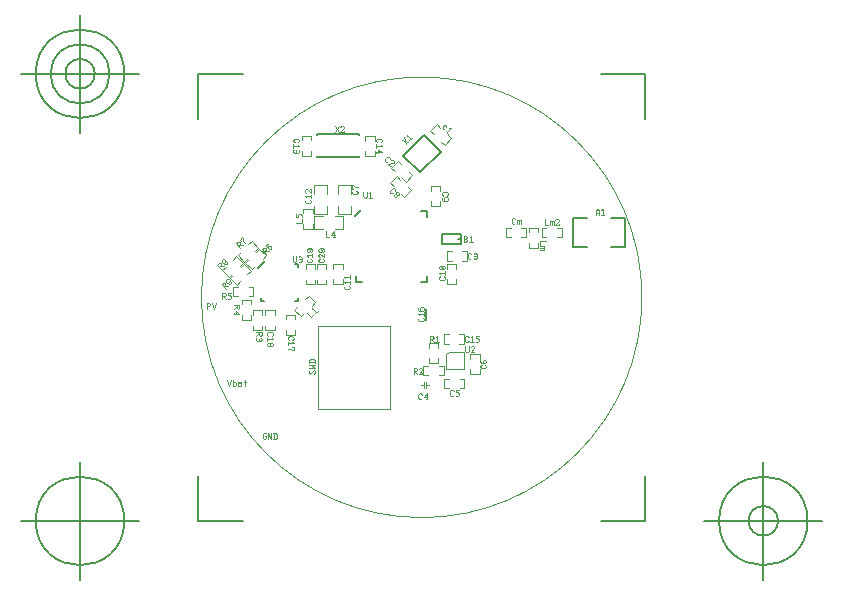
<source format=gbr>
G04 Generated by Ultiboard 13.0 *
%FSLAX34Y34*%
%MOMM*%

%ADD10C,0.0001*%
%ADD11C,0.0467*%
%ADD12C,0.1000*%
%ADD13C,0.2032*%
%ADD14C,0.0778*%
%ADD15C,0.1300*%
%ADD16C,0.1500*%
%ADD17C,0.0010*%


G04 ColorRGB D7D7D7 for the following layer *
%LNSilkscreen Top*%
%LPD*%
G54D10*
G54D11*
X437984Y509750D02*
X436989Y508750D01*
X435993Y508750D01*
X434998Y509750D01*
X434998Y512750D01*
X435993Y513750D01*
X436989Y513750D01*
X437984Y512750D01*
X442464Y513750D02*
X439478Y513750D01*
X439478Y511750D01*
X441469Y511750D01*
X442464Y510750D01*
X442464Y509750D01*
X441469Y508750D01*
X439478Y508750D01*
X417898Y554600D02*
X417898Y559600D01*
X419889Y559600D01*
X420884Y558600D01*
X420884Y558100D01*
X419889Y557100D01*
X417898Y557100D01*
X418396Y557100D02*
X420884Y554600D01*
X422876Y558600D02*
X423871Y559600D01*
X423871Y554600D01*
X422378Y554600D02*
X425364Y554600D01*
X464450Y535134D02*
X465450Y534139D01*
X465450Y533143D01*
X464450Y532148D01*
X461450Y532148D01*
X460450Y533143D01*
X460450Y534139D01*
X461450Y535134D01*
X460450Y539117D02*
X460450Y537623D01*
X461450Y536628D01*
X463450Y536628D01*
X464450Y536628D01*
X465450Y537623D01*
X465450Y538619D01*
X464450Y539614D01*
X463450Y539614D01*
X462450Y538619D01*
X462450Y537623D01*
X463450Y536628D01*
X270250Y562752D02*
X275250Y562752D01*
X275250Y560761D01*
X274250Y559765D01*
X273750Y559765D01*
X272750Y560761D01*
X272750Y562752D01*
X272750Y562254D02*
X270250Y559765D01*
X274750Y557774D02*
X275250Y557277D01*
X275250Y556281D01*
X274250Y555285D01*
X273250Y555285D01*
X272750Y555783D01*
X272250Y555285D01*
X271250Y555285D01*
X270250Y556281D01*
X270250Y557277D01*
X270750Y557774D01*
X272750Y557277D02*
X272750Y555783D01*
X280750Y559765D02*
X279750Y560761D01*
X279750Y561757D01*
X280750Y562752D01*
X283750Y562752D01*
X284750Y561757D01*
X284750Y560761D01*
X283750Y559765D01*
X283750Y557774D02*
X284750Y556779D01*
X279750Y556779D01*
X279750Y558272D02*
X279750Y555285D01*
X279750Y551801D02*
X279750Y552797D01*
X280750Y553792D01*
X281750Y553792D01*
X282250Y553294D01*
X282750Y553792D01*
X283750Y553792D01*
X284750Y552797D01*
X284750Y551801D01*
X283750Y550805D01*
X282750Y550805D01*
X282250Y551303D01*
X281750Y550805D01*
X280750Y550805D01*
X279750Y551801D01*
X282250Y553294D02*
X282250Y551303D01*
X298250Y556266D02*
X297250Y557261D01*
X297250Y558257D01*
X298250Y559252D01*
X301250Y559252D01*
X302250Y558257D01*
X302250Y557261D01*
X301250Y556266D01*
X301250Y554274D02*
X302250Y553279D01*
X297250Y553279D01*
X297250Y554772D02*
X297250Y551786D01*
X297250Y548799D02*
X299750Y548799D01*
X301250Y547306D01*
X302250Y547306D01*
X302250Y550292D01*
X301250Y550292D01*
X411530Y575014D02*
X412530Y574019D01*
X412530Y573023D01*
X411530Y572028D01*
X408530Y572028D01*
X407530Y573023D01*
X407530Y574019D01*
X408530Y575014D01*
X408530Y577006D02*
X407530Y578001D01*
X412530Y578001D01*
X412530Y576508D02*
X412530Y579494D01*
X407530Y583477D02*
X407530Y581983D01*
X408530Y580988D01*
X410530Y580988D01*
X411530Y580988D01*
X412530Y581983D01*
X412530Y582979D01*
X411530Y583974D01*
X410530Y583974D01*
X409530Y582979D01*
X409530Y581983D01*
X410530Y580988D01*
X450484Y555500D02*
X449489Y554500D01*
X448493Y554500D01*
X447498Y555500D01*
X447498Y558500D01*
X448493Y559500D01*
X449489Y559500D01*
X450484Y558500D01*
X452476Y558500D02*
X453471Y559500D01*
X453471Y554500D01*
X451978Y554500D02*
X454964Y554500D01*
X459444Y559500D02*
X456458Y559500D01*
X456458Y557500D01*
X458449Y557500D01*
X459444Y556500D01*
X459444Y555500D01*
X458449Y554500D01*
X456458Y554500D01*
X313870Y579342D02*
X317405Y575806D01*
X319517Y577918D01*
X318097Y582154D02*
X318094Y583565D01*
X321629Y580030D01*
X320573Y578974D02*
X322685Y581086D01*
X242098Y591000D02*
X242098Y596000D01*
X244089Y596000D01*
X245084Y595000D01*
X245084Y594500D01*
X244089Y593500D01*
X242098Y593500D01*
X242596Y593500D02*
X245084Y591000D01*
X249564Y596000D02*
X246578Y596000D01*
X246578Y594000D01*
X248569Y594000D01*
X249564Y593000D01*
X249564Y592000D01*
X248569Y591000D01*
X246578Y591000D01*
X349200Y602044D02*
X350200Y601049D01*
X350200Y600053D01*
X349200Y599058D01*
X346200Y599058D01*
X345200Y600053D01*
X345200Y601049D01*
X346200Y602044D01*
X346200Y604036D02*
X345200Y605031D01*
X350200Y605031D01*
X350200Y603538D02*
X350200Y606524D01*
X346200Y608516D02*
X345200Y609511D01*
X350200Y609511D01*
X350200Y608018D02*
X350200Y611004D01*
X241141Y616327D02*
X237606Y619863D01*
X239013Y621271D01*
X240425Y621268D01*
X240778Y620914D01*
X240781Y619503D01*
X239373Y618095D01*
X239725Y618447D02*
X243253Y618439D01*
X243602Y620202D02*
X245013Y620199D01*
X245717Y620903D01*
X245714Y622314D01*
X244299Y623728D01*
X243592Y624435D01*
X242181Y624439D01*
X241477Y623735D01*
X241480Y622323D01*
X242188Y621616D01*
X243599Y621613D01*
X244303Y622317D01*
X244299Y623728D01*
X278991Y629377D02*
X275456Y632913D01*
X276863Y634321D01*
X278275Y634317D01*
X278628Y633964D01*
X278631Y632553D01*
X277223Y631145D01*
X277575Y631497D02*
X281103Y631489D01*
X280383Y637840D02*
X279327Y636784D01*
X279330Y635373D01*
X280745Y633959D01*
X281452Y633252D01*
X282863Y633249D01*
X283567Y633953D01*
X283564Y635364D01*
X282857Y636071D01*
X281446Y636074D01*
X280742Y635370D01*
X280745Y633959D01*
X317250Y624794D02*
X318250Y623799D01*
X318250Y622803D01*
X317250Y621808D01*
X314250Y621808D01*
X313250Y622803D01*
X313250Y623799D01*
X314250Y624794D01*
X314250Y626785D02*
X313250Y627781D01*
X318250Y627781D01*
X318250Y626288D02*
X318250Y629274D01*
X317250Y630768D02*
X318250Y631763D01*
X318250Y632759D01*
X317250Y633754D01*
X315250Y633754D01*
X314250Y633754D01*
X313250Y632759D01*
X313250Y631763D01*
X314250Y630768D01*
X315250Y630768D01*
X316250Y631763D01*
X316250Y632759D01*
X315250Y633754D01*
X327250Y624794D02*
X328250Y623799D01*
X328250Y622803D01*
X327250Y621808D01*
X324250Y621808D01*
X323250Y622803D01*
X323250Y623799D01*
X324250Y624794D01*
X324250Y626288D02*
X323250Y627283D01*
X323250Y628279D01*
X324250Y629274D01*
X324750Y629274D01*
X328250Y626288D01*
X328250Y629274D01*
X327750Y629274D01*
X324250Y630768D02*
X323250Y631763D01*
X323250Y632759D01*
X324250Y633754D01*
X327250Y633754D01*
X328250Y632759D01*
X328250Y631763D01*
X327250Y630768D01*
X324250Y630768D01*
X324250Y633754D02*
X327250Y630768D01*
X429500Y610044D02*
X430500Y609049D01*
X430500Y608053D01*
X429500Y607058D01*
X426500Y607058D01*
X425500Y608053D01*
X425500Y609049D01*
X426500Y610044D01*
X426500Y612036D02*
X425500Y613031D01*
X430500Y613031D01*
X430500Y611538D02*
X430500Y614524D01*
X426500Y616018D02*
X425500Y617013D01*
X425500Y618009D01*
X426500Y619004D01*
X429500Y619004D01*
X430500Y618009D01*
X430500Y617013D01*
X429500Y616018D01*
X426500Y616018D01*
X426500Y619004D02*
X429500Y616018D01*
X257017Y634416D02*
X253481Y637952D01*
X254889Y639360D01*
X256300Y639357D01*
X256654Y639003D01*
X256657Y637592D01*
X255249Y636184D01*
X255601Y636536D02*
X259129Y636528D01*
X261241Y638640D02*
X259473Y640408D01*
X259468Y642524D01*
X258761Y643231D01*
X256649Y641120D01*
X257356Y640412D01*
X329498Y648500D02*
X329498Y643500D01*
X332484Y643500D01*
X336964Y645500D02*
X333978Y645500D01*
X336467Y648500D01*
X336467Y643500D01*
X335969Y643500D02*
X336964Y643500D01*
X304000Y655538D02*
X309000Y655538D01*
X309000Y658524D01*
X304000Y663004D02*
X304000Y660018D01*
X306000Y660018D01*
X306000Y662009D01*
X307000Y663004D01*
X308000Y663004D01*
X309000Y662009D01*
X309000Y660018D01*
X315900Y674844D02*
X316900Y673849D01*
X316900Y672853D01*
X315900Y671858D01*
X312900Y671858D01*
X311900Y672853D01*
X311900Y673849D01*
X312900Y674844D01*
X312900Y676836D02*
X311900Y677831D01*
X316900Y677831D01*
X316900Y676338D02*
X316900Y679324D01*
X312900Y680818D02*
X311900Y681813D01*
X311900Y682809D01*
X312900Y683804D01*
X313400Y683804D01*
X316900Y680818D01*
X316900Y683804D01*
X316400Y683804D01*
X355500Y682524D02*
X356500Y681529D01*
X356500Y680533D01*
X355500Y679538D01*
X352500Y679538D01*
X351500Y680533D01*
X351500Y681529D01*
X352500Y682524D01*
X356500Y685511D02*
X354000Y685511D01*
X352500Y687004D01*
X351500Y687004D01*
X351500Y684018D01*
X352500Y684018D01*
X386232Y680354D02*
X384821Y680351D01*
X384117Y681055D01*
X384120Y682466D01*
X386241Y684587D01*
X387652Y684591D01*
X388356Y683887D01*
X388353Y682475D01*
X387988Y677183D02*
X387284Y677887D01*
X387288Y679298D01*
X387995Y680005D01*
X388700Y680007D01*
X388702Y680712D01*
X389409Y681420D01*
X390820Y681423D01*
X391524Y680719D01*
X391521Y679308D01*
X390814Y678601D01*
X390108Y678599D01*
X390107Y677893D01*
X389399Y677186D01*
X387988Y677183D01*
X388700Y680007D02*
X390108Y678599D01*
X428800Y678516D02*
X427800Y679511D01*
X427800Y680507D01*
X428800Y681502D01*
X431800Y681502D01*
X432800Y680507D01*
X432800Y679511D01*
X431800Y678516D01*
X428800Y677022D02*
X427800Y676027D01*
X427800Y675031D01*
X428800Y674036D01*
X430800Y674036D01*
X431800Y674036D01*
X432800Y675031D01*
X432800Y676027D01*
X431800Y677022D01*
X430800Y677022D01*
X429800Y676027D01*
X429800Y675031D01*
X430800Y674036D01*
X381732Y707154D02*
X380321Y707151D01*
X379617Y707855D01*
X379620Y709266D01*
X381741Y711387D01*
X383152Y711391D01*
X383856Y710687D01*
X383853Y709275D01*
X384909Y708220D02*
X386320Y708223D01*
X387024Y707519D01*
X387021Y706108D01*
X386667Y705754D01*
X382080Y705391D01*
X384192Y703279D01*
X384546Y703633D01*
X393706Y725663D02*
X399353Y724239D01*
X397241Y722127D02*
X395817Y727775D01*
X397932Y728475D02*
X397929Y729887D01*
X401465Y726351D01*
X400409Y725295D02*
X402521Y727407D01*
X337498Y737500D02*
X340484Y732500D01*
X337498Y732500D02*
X340484Y737500D01*
X341978Y736500D02*
X342973Y737500D01*
X343969Y737500D01*
X344964Y736500D01*
X344964Y736000D01*
X341978Y732500D01*
X344964Y732500D01*
X344964Y733000D01*
X373150Y723416D02*
X372150Y724411D01*
X372150Y725407D01*
X373150Y726402D01*
X376150Y726402D01*
X377150Y725407D01*
X377150Y724411D01*
X376150Y723416D01*
X376150Y721424D02*
X377150Y720429D01*
X372150Y720429D01*
X372150Y721922D02*
X372150Y718936D01*
X374150Y714456D02*
X374150Y717442D01*
X377150Y714953D01*
X372150Y714953D01*
X372150Y715451D02*
X372150Y714456D01*
X319250Y527808D02*
X320250Y528803D01*
X320250Y529799D01*
X319250Y530794D01*
X316250Y527808D01*
X315250Y528803D01*
X315250Y529799D01*
X316250Y530794D01*
X315250Y532288D02*
X320250Y532786D01*
X318250Y533781D01*
X320250Y534777D01*
X315250Y535274D01*
X320250Y536768D02*
X320250Y538759D01*
X319250Y539754D01*
X316250Y539754D01*
X315250Y538759D01*
X315250Y536768D01*
X315250Y537266D02*
X320250Y537266D01*
X277989Y475100D02*
X278984Y475100D01*
X278984Y473600D01*
X277989Y472600D01*
X276993Y472600D01*
X275998Y473600D01*
X275998Y476600D01*
X276993Y477600D01*
X278984Y477600D01*
X280478Y472600D02*
X280478Y477600D01*
X283464Y472600D01*
X283464Y477600D01*
X284958Y472600D02*
X286949Y472600D01*
X287944Y473600D01*
X287944Y476600D01*
X286949Y477600D01*
X284958Y477600D01*
X285456Y477600D02*
X285456Y472600D01*
X446398Y639500D02*
X448389Y639500D01*
X449384Y640500D01*
X449384Y641000D01*
X448389Y642000D01*
X449384Y643000D01*
X449384Y643500D01*
X448389Y644500D01*
X446896Y644500D01*
X446398Y644500D01*
X446896Y642000D02*
X448389Y642000D01*
X446896Y644500D02*
X446896Y639500D01*
X451376Y643500D02*
X452371Y644500D01*
X452371Y639500D01*
X450878Y639500D02*
X453864Y639500D01*
X514898Y658600D02*
X514898Y653600D01*
X517884Y653600D01*
X519378Y653600D02*
X519378Y656600D01*
X519378Y657100D01*
X519378Y656600D02*
X519876Y657100D01*
X520373Y657100D01*
X520871Y656600D01*
X521369Y657100D01*
X521867Y657100D01*
X522364Y656600D01*
X522364Y653600D01*
X520871Y656600D02*
X520871Y653600D01*
X523858Y657600D02*
X524853Y658600D01*
X525849Y658600D01*
X526844Y657600D01*
X526844Y657100D01*
X523858Y653600D01*
X526844Y653600D01*
X526844Y654100D01*
X489984Y655600D02*
X488989Y654600D01*
X487993Y654600D01*
X486998Y655600D01*
X486998Y658600D01*
X487993Y659600D01*
X488989Y659600D01*
X489984Y658600D01*
X491478Y654600D02*
X491478Y657600D01*
X491478Y658100D01*
X491478Y657600D02*
X491976Y658100D01*
X492473Y658100D01*
X492971Y657600D01*
X493469Y658100D01*
X493967Y658100D01*
X494464Y657600D01*
X494464Y654600D01*
X492971Y657600D02*
X492971Y654600D01*
X557978Y662250D02*
X557978Y665250D01*
X558973Y667250D01*
X559969Y667250D01*
X560964Y665250D01*
X560964Y662250D01*
X557978Y663750D02*
X560964Y663750D01*
X562956Y666250D02*
X563951Y667250D01*
X563951Y662250D01*
X562458Y662250D02*
X565444Y662250D01*
X515900Y639902D02*
X510900Y639902D01*
X510900Y636916D01*
X510900Y635422D02*
X513900Y635422D01*
X514400Y635422D01*
X513900Y635422D02*
X514400Y634924D01*
X514400Y634427D01*
X513900Y633929D01*
X514400Y633431D01*
X514400Y632933D01*
X513900Y632436D01*
X510900Y632436D01*
X513900Y633929D02*
X510900Y633929D01*
X410984Y507000D02*
X409989Y506000D01*
X408993Y506000D01*
X407998Y507000D01*
X407998Y510000D01*
X408993Y511000D01*
X409989Y511000D01*
X410984Y510000D01*
X415464Y508000D02*
X412478Y508000D01*
X414967Y511000D01*
X414967Y506000D01*
X414469Y506000D02*
X415464Y506000D01*
X403898Y527700D02*
X403898Y532700D01*
X405889Y532700D01*
X406884Y531700D01*
X406884Y531200D01*
X405889Y530200D01*
X403898Y530200D01*
X404396Y530200D02*
X406884Y527700D01*
X408378Y531700D02*
X409373Y532700D01*
X410369Y532700D01*
X411364Y531700D01*
X411364Y531200D01*
X408378Y527700D01*
X411364Y527700D01*
X411364Y528200D01*
X228898Y582400D02*
X228898Y587400D01*
X230889Y587400D01*
X231884Y586400D01*
X231884Y585900D01*
X230889Y584900D01*
X228898Y584900D01*
X233378Y587400D02*
X234871Y582400D01*
X236364Y587400D01*
X246098Y522500D02*
X247591Y517500D01*
X249084Y522500D01*
X250578Y518500D02*
X251573Y517500D01*
X252569Y517500D01*
X253564Y518500D01*
X253564Y519500D01*
X252569Y520500D01*
X251573Y520500D01*
X250578Y519500D01*
X250578Y522500D02*
X250578Y517500D01*
X255556Y521000D02*
X257049Y521000D01*
X257547Y520500D01*
X257547Y518000D01*
X257049Y517500D01*
X255556Y517500D01*
X255058Y518000D01*
X255058Y519000D01*
X255556Y519500D01*
X257547Y519500D01*
X257547Y518000D02*
X258044Y517500D01*
X262027Y518000D02*
X261529Y517500D01*
X261031Y518000D01*
X261031Y522500D01*
X260036Y521000D02*
X262027Y521000D01*
X244941Y599527D02*
X241406Y603063D01*
X242813Y604471D01*
X244225Y604468D01*
X244578Y604114D01*
X244581Y602703D01*
X243173Y601295D01*
X243525Y601647D02*
X247053Y601639D01*
X249517Y604103D02*
X248813Y603399D01*
X247402Y603402D01*
X246695Y604109D01*
X246693Y604815D01*
X245988Y604816D01*
X245280Y605523D01*
X245277Y606935D01*
X245981Y607639D01*
X247392Y607635D01*
X248099Y606928D01*
X248101Y606223D01*
X248807Y606221D01*
X249514Y605514D01*
X249517Y604103D01*
X246693Y604815D02*
X248101Y606223D01*
X447698Y550900D02*
X447698Y546900D01*
X448693Y545900D01*
X449689Y545900D01*
X450684Y546900D01*
X450684Y550900D01*
X452178Y549900D02*
X453173Y550900D01*
X454169Y550900D01*
X455164Y549900D01*
X455164Y549400D01*
X452178Y545900D01*
X455164Y545900D01*
X455164Y546400D01*
X452784Y625700D02*
X451789Y624700D01*
X450793Y624700D01*
X449798Y625700D01*
X449798Y628700D01*
X450793Y629700D01*
X451789Y629700D01*
X452784Y628700D01*
X454776Y629200D02*
X455273Y629700D01*
X456269Y629700D01*
X457264Y628700D01*
X457264Y627700D01*
X456767Y627200D01*
X457264Y626700D01*
X457264Y625700D01*
X456269Y624700D01*
X455273Y624700D01*
X454776Y625200D01*
X455273Y627200D02*
X456767Y627200D01*
X429926Y734753D02*
X429221Y734751D01*
X428517Y735455D01*
X428520Y736866D01*
X429580Y737927D01*
X430991Y737930D01*
X431695Y737226D01*
X431694Y736520D01*
X434161Y735468D02*
X435572Y735471D01*
X432036Y731935D01*
X430980Y732991D02*
X433092Y730879D01*
X251500Y585502D02*
X256500Y585502D01*
X256500Y583511D01*
X255500Y582516D01*
X255000Y582516D01*
X254000Y583511D01*
X254000Y585502D01*
X254000Y585004D02*
X251500Y582516D01*
X253500Y578036D02*
X253500Y581022D01*
X256500Y578533D01*
X251500Y578533D01*
X251500Y579031D02*
X251500Y578036D01*
X303100Y723616D02*
X302100Y724611D01*
X302100Y725607D01*
X303100Y726602D01*
X306100Y726602D01*
X307100Y725607D01*
X307100Y724611D01*
X306100Y723616D01*
X306100Y721624D02*
X307100Y720629D01*
X302100Y720629D01*
X302100Y722122D02*
X302100Y719136D01*
X306600Y717144D02*
X307100Y716647D01*
X307100Y715651D01*
X306100Y714656D01*
X305100Y714656D01*
X304600Y715153D01*
X304100Y714656D01*
X303100Y714656D01*
X302100Y715651D01*
X302100Y716647D01*
X302600Y717144D01*
X304600Y716647D02*
X304600Y715153D01*
G54D12*
X430000Y515250D02*
X430000Y523250D01*
X434000Y515250D02*
X430000Y515250D01*
X430000Y523250D02*
X434000Y523250D01*
X447000Y515250D02*
X443000Y515250D01*
X447000Y523250D02*
X443000Y523250D01*
X447000Y515250D02*
X447000Y523250D01*
X424750Y536750D02*
X416750Y536750D01*
X424750Y540750D02*
X424750Y536750D01*
X416750Y536750D02*
X416750Y540750D01*
X424750Y553750D02*
X424750Y549750D01*
X416750Y553750D02*
X416750Y549750D01*
X424750Y553750D02*
X416750Y553750D01*
X460000Y527250D02*
X452000Y527250D01*
X460000Y531250D02*
X460000Y527250D01*
X452000Y527250D02*
X452000Y531250D01*
X460000Y544250D02*
X460000Y540250D01*
X452000Y544250D02*
X452000Y540250D01*
X460000Y544250D02*
X452000Y544250D01*
X267750Y581250D02*
X275750Y581250D01*
X267750Y577250D02*
X267750Y581250D01*
X275750Y581250D02*
X275750Y577250D01*
X267750Y564250D02*
X267750Y568250D01*
X275750Y564250D02*
X275750Y568250D01*
X267750Y564250D02*
X275750Y564250D01*
X278250Y581250D02*
X286250Y581250D01*
X278250Y577250D02*
X278250Y581250D01*
X286250Y581250D02*
X286250Y577250D01*
X278250Y564250D02*
X278250Y568250D01*
X286250Y564250D02*
X286250Y568250D01*
X278250Y564250D02*
X286250Y564250D01*
X295750Y577750D02*
X303750Y577750D01*
X295750Y573750D02*
X295750Y577750D01*
X303750Y577750D02*
X303750Y573750D01*
X295750Y560750D02*
X295750Y564750D01*
X303750Y560750D02*
X303750Y564750D01*
X295750Y560750D02*
X303750Y560750D01*
X429500Y553000D02*
X429500Y561000D01*
X433500Y553000D02*
X429500Y553000D01*
X429500Y561000D02*
X433500Y561000D01*
X446500Y553000D02*
X442500Y553000D01*
X446500Y561000D02*
X442500Y561000D01*
X446500Y553000D02*
X446500Y561000D01*
X308568Y576161D02*
X302911Y581818D01*
X311396Y578990D02*
X308568Y576161D01*
X302911Y581818D02*
X305740Y584646D01*
X320589Y588182D02*
X317760Y585353D01*
X314932Y593839D02*
X312104Y591010D01*
X320589Y588182D02*
X314932Y593839D01*
X251250Y593250D02*
X251250Y601250D01*
X255250Y593250D02*
X251250Y593250D01*
X251250Y601250D02*
X255250Y601250D01*
X268250Y593250D02*
X264250Y593250D01*
X268250Y601250D02*
X264250Y601250D01*
X268250Y593250D02*
X268250Y601250D01*
X336000Y620500D02*
X344000Y620500D01*
X336000Y616500D02*
X336000Y620500D01*
X344000Y620500D02*
X344000Y616500D01*
X336000Y603500D02*
X336000Y607500D01*
X344000Y603500D02*
X344000Y607500D01*
X336000Y603500D02*
X344000Y603500D01*
X247568Y609411D02*
X241911Y615068D01*
X250396Y612240D02*
X247568Y609411D01*
X241911Y615068D02*
X244740Y617896D01*
X259589Y621432D02*
X256760Y618603D01*
X253932Y627089D02*
X251104Y624260D01*
X259589Y621432D02*
X253932Y627089D01*
X267068Y615911D02*
X261411Y621568D01*
X269896Y618740D02*
X267068Y615911D01*
X261411Y621568D02*
X264240Y624396D01*
X279089Y627932D02*
X276260Y625103D01*
X273432Y633589D02*
X270604Y630760D01*
X279089Y627932D02*
X273432Y633589D01*
X320750Y603250D02*
X312750Y603250D01*
X320750Y607250D02*
X320750Y603250D01*
X312750Y603250D02*
X312750Y607250D01*
X320750Y620250D02*
X320750Y616250D01*
X312750Y620250D02*
X312750Y616250D01*
X320750Y620250D02*
X312750Y620250D01*
X329750Y603250D02*
X321750Y603250D01*
X329750Y607250D02*
X329750Y603250D01*
X321750Y603250D02*
X321750Y607250D01*
X329750Y620250D02*
X329750Y616250D01*
X321750Y620250D02*
X321750Y616250D01*
X329750Y620250D02*
X321750Y620250D01*
X432000Y620500D02*
X440000Y620500D01*
X432000Y616500D02*
X432000Y620500D01*
X440000Y620500D02*
X440000Y616500D01*
X432000Y603500D02*
X432000Y607500D01*
X440000Y603500D02*
X440000Y607500D01*
X432000Y603500D02*
X440000Y603500D01*
X260568Y622411D02*
X254911Y628068D01*
X263396Y625240D02*
X260568Y622411D01*
X254911Y628068D02*
X257740Y630896D01*
X272589Y634432D02*
X269760Y631603D01*
X266932Y640089D02*
X264104Y637260D01*
X272589Y634432D02*
X266932Y640089D01*
X319500Y661500D02*
X319500Y650500D01*
X344500Y661500D02*
X344500Y650500D01*
X327000Y650500D02*
X319500Y650500D01*
X327000Y661500D02*
X319500Y661500D01*
X344500Y661500D02*
X337000Y661500D01*
X344500Y650500D02*
X337000Y650500D01*
X310500Y667500D02*
X318500Y667500D01*
X310500Y663500D02*
X310500Y667500D01*
X318500Y667500D02*
X318500Y663500D01*
X310500Y650500D02*
X310500Y654500D01*
X318500Y650500D02*
X318500Y654500D01*
X310500Y650500D02*
X318500Y650500D01*
X330500Y687500D02*
X319500Y687500D01*
X330500Y662500D02*
X319500Y662500D01*
X319500Y680000D02*
X319500Y687500D01*
X330500Y680000D02*
X330500Y687500D01*
X330500Y662500D02*
X330500Y670000D01*
X319500Y662500D02*
X319500Y670000D01*
X339500Y662500D02*
X350500Y662500D01*
X339500Y687500D02*
X350500Y687500D01*
X350500Y670000D02*
X350500Y662500D01*
X339500Y670000D02*
X339500Y662500D01*
X339500Y687500D02*
X339500Y680000D01*
X350500Y687500D02*
X350500Y680000D01*
X384161Y689182D02*
X389818Y694839D01*
X386990Y686354D02*
X384161Y689182D01*
X389818Y694839D02*
X392646Y692010D01*
X396182Y677161D02*
X393354Y679990D01*
X401839Y682818D02*
X399010Y685646D01*
X396182Y677161D02*
X401839Y682818D01*
X418500Y686500D02*
X426500Y686500D01*
X418500Y682500D02*
X418500Y686500D01*
X426500Y686500D02*
X426500Y682500D01*
X418500Y669500D02*
X418500Y673500D01*
X426500Y669500D02*
X426500Y673500D01*
X418500Y669500D02*
X426500Y669500D01*
X402839Y695818D02*
X397182Y690161D01*
X400010Y698646D02*
X402839Y695818D01*
X397182Y690161D02*
X394354Y692990D01*
X390818Y707839D02*
X393646Y705010D01*
X385161Y702182D02*
X387990Y699354D01*
X390818Y707839D02*
X385161Y702182D01*
X363000Y729000D02*
X371000Y729000D01*
X363000Y725000D02*
X363000Y729000D01*
X371000Y729000D02*
X371000Y725000D01*
X363000Y712000D02*
X363000Y716000D01*
X371000Y712000D02*
X371000Y716000D01*
X363000Y712000D02*
X371000Y712000D01*
X322750Y567750D02*
X383750Y567750D01*
X383750Y497750D01*
X322750Y497750D01*
X322750Y567750D01*
X512250Y643250D02*
X512250Y651250D01*
X516250Y643250D02*
X512250Y643250D01*
X512250Y651250D02*
X516250Y651250D01*
X529250Y643250D02*
X525250Y643250D01*
X529250Y651250D02*
X525250Y651250D01*
X529250Y643250D02*
X529250Y651250D01*
X482000Y643250D02*
X482000Y651250D01*
X486000Y643250D02*
X482000Y643250D01*
X482000Y651250D02*
X486000Y651250D01*
X499000Y643250D02*
X495000Y643250D01*
X499000Y651250D02*
X495000Y651250D01*
X499000Y643250D02*
X499000Y651250D01*
X501500Y651250D02*
X509500Y651250D01*
X501500Y647250D02*
X501500Y651250D01*
X509500Y651250D02*
X509500Y647250D01*
X501500Y634250D02*
X501500Y638250D01*
X509500Y634250D02*
X509500Y638250D01*
X501500Y634250D02*
X509500Y634250D01*
X412288Y518042D02*
X410478Y518042D01*
X412978Y515542D02*
X412978Y520542D01*
X414690Y518000D02*
X417000Y518000D01*
X414500Y520500D02*
X414500Y515500D01*
X429250Y534250D02*
X429250Y526250D01*
X425250Y534250D02*
X429250Y534250D01*
X429250Y526250D02*
X425250Y526250D01*
X412250Y534250D02*
X416250Y534250D01*
X412250Y526250D02*
X416250Y526250D01*
X412250Y534250D02*
X412250Y526250D01*
X254068Y602911D02*
X248411Y608568D01*
X256896Y605740D02*
X254068Y602911D01*
X248411Y608568D02*
X251240Y611396D01*
X266089Y614932D02*
X263260Y612103D01*
X260432Y620589D02*
X257604Y617760D01*
X266089Y614932D02*
X260432Y620589D01*
X433700Y546050D02*
X446300Y546050D01*
X446300Y531950D01*
X431700Y531950D01*
X431700Y544050D02*
X433700Y546050D01*
X431500Y531900D02*
X431500Y544000D01*
X449000Y631250D02*
X449000Y623250D01*
X445000Y631250D02*
X449000Y631250D01*
X449000Y623250D02*
X445000Y623250D01*
X432000Y631250D02*
X436000Y631250D01*
X432000Y623250D02*
X436000Y623250D01*
X432000Y631250D02*
X432000Y623250D01*
X418161Y733182D02*
X423818Y738839D01*
X420990Y730354D02*
X418161Y733182D01*
X423818Y738839D02*
X426646Y736010D01*
X430182Y721161D02*
X427354Y723990D01*
X435839Y726818D02*
X433010Y729646D01*
X430182Y721161D02*
X435839Y726818D01*
X258250Y590250D02*
X266250Y590250D01*
X258250Y586250D02*
X258250Y590250D01*
X266250Y590250D02*
X266250Y586250D01*
X258250Y573250D02*
X258250Y577250D01*
X266250Y573250D02*
X266250Y577250D01*
X258250Y573250D02*
X266250Y573250D01*
X309000Y729250D02*
X317000Y729250D01*
X309000Y725250D02*
X309000Y729250D01*
X317000Y729250D02*
X317000Y725250D01*
X309000Y712250D02*
X309000Y716250D01*
X317000Y712250D02*
X317000Y716250D01*
X309000Y712250D02*
X317000Y712250D01*
G54D13*
X414250Y572750D02*
X414250Y582750D01*
X409232Y698090D02*
X426910Y715768D01*
X412768Y729910D01*
X395090Y712232D01*
X409232Y698090D01*
X357500Y730500D02*
X322500Y730500D01*
X322500Y711500D02*
X357500Y711500D01*
X357500Y730400D02*
X357500Y730000D01*
X357500Y711500D02*
X357500Y712000D01*
X322500Y730500D02*
X322500Y730000D01*
X322500Y711500D02*
X322500Y712000D01*
X277472Y589359D02*
X274972Y589359D01*
X274972Y591359D01*
X305972Y589359D02*
X303472Y589359D01*
X305972Y591359D02*
X305972Y589359D01*
X303472Y620359D02*
X305972Y620359D01*
X305972Y618359D01*
X435750Y645750D02*
X443750Y645750D01*
X443750Y637750D01*
X435750Y637750D01*
X427750Y637750D01*
X427750Y645750D01*
X435750Y645750D01*
X443750Y641750D02*
X441750Y641750D01*
X355000Y610000D02*
X355000Y605000D01*
X360000Y605000D01*
X415000Y605000D02*
X410000Y605000D01*
X415000Y605000D02*
X415000Y609500D01*
X415000Y610000D01*
X415000Y665000D02*
X410000Y665000D01*
X415000Y665000D02*
X415000Y660000D01*
X354000Y661000D02*
X359000Y666000D01*
G54D14*
X301598Y627000D02*
X301598Y623000D01*
X302593Y622000D01*
X303589Y622000D01*
X304584Y623000D01*
X304584Y627000D01*
X306576Y626500D02*
X307073Y627000D01*
X308069Y627000D01*
X309064Y626000D01*
X309064Y625000D01*
X308567Y624500D01*
X309064Y624000D01*
X309064Y623000D01*
X308069Y622000D01*
X307073Y622000D01*
X306576Y622500D01*
X307073Y624500D02*
X308567Y624500D01*
X361398Y681800D02*
X361398Y677800D01*
X362393Y676800D01*
X363389Y676800D01*
X364384Y677800D01*
X364384Y681800D01*
X366376Y680800D02*
X367371Y681800D01*
X367371Y676800D01*
X365878Y676800D02*
X368864Y676800D01*
G54D15*
X272472Y616859D02*
X278472Y622859D01*
G54D16*
X583000Y635250D02*
X583000Y659250D01*
X571000Y635250D02*
X583000Y635250D01*
X571000Y659250D02*
X583000Y659250D01*
X539000Y659250D02*
X539000Y635250D01*
X551000Y635250D02*
X539000Y635250D01*
X551000Y659250D02*
X539000Y659250D01*
X221485Y403035D02*
X221485Y440888D01*
X221485Y403035D02*
X259338Y403035D01*
X600015Y403035D02*
X562162Y403035D01*
X600015Y403035D02*
X600015Y440888D01*
X600015Y781565D02*
X600015Y743712D01*
X600015Y781565D02*
X562162Y781565D01*
X221485Y781565D02*
X259338Y781565D01*
X221485Y781565D02*
X221485Y743712D01*
X171485Y403035D02*
X71485Y403035D01*
X121485Y353035D02*
X121485Y453035D01*
X83985Y403035D02*
G75*
D01*
G02X83985Y403035I37500J0*
G01*
X650015Y403035D02*
X750015Y403035D01*
X700015Y353035D02*
X700015Y453035D01*
X662515Y403035D02*
G75*
D01*
G02X662515Y403035I37500J0*
G01*
X687515Y403035D02*
G75*
D01*
G02X687515Y403035I12500J0*
G01*
X171485Y781565D02*
X71485Y781565D01*
X121485Y731565D02*
X121485Y831565D01*
X83985Y781565D02*
G75*
D01*
G02X83985Y781565I37500J0*
G01*
X96485Y781565D02*
G75*
D01*
G02X96485Y781565I25000J0*
G01*
X108985Y781565D02*
G75*
D01*
G02X108985Y781565I12500J0*
G01*
X221485Y403035D02*
X221485Y440888D01*
X221485Y403035D02*
X259338Y403035D01*
X600015Y403035D02*
X562162Y403035D01*
X600015Y403035D02*
X600015Y440888D01*
X600015Y781565D02*
X600015Y743712D01*
X600015Y781565D02*
X562162Y781565D01*
X221485Y781565D02*
X259338Y781565D01*
X221485Y781565D02*
X221485Y743712D01*
X171485Y403035D02*
X71485Y403035D01*
X121485Y353035D02*
X121485Y453035D01*
X83985Y403035D02*
G75*
D01*
G02X83985Y403035I37500J0*
G01*
X650015Y403035D02*
X750015Y403035D01*
X700015Y353035D02*
X700015Y453035D01*
X662515Y403035D02*
G75*
D01*
G02X662515Y403035I37500J0*
G01*
X687515Y403035D02*
G75*
D01*
G02X687515Y403035I12500J0*
G01*
X171485Y781565D02*
X71485Y781565D01*
X121485Y731565D02*
X121485Y831565D01*
X83985Y781565D02*
G75*
D01*
G02X83985Y781565I37500J0*
G01*
X96485Y781565D02*
G75*
D01*
G02X96485Y781565I25000J0*
G01*
X108985Y781565D02*
G75*
D01*
G02X108985Y781565I12500J0*
G01*
G54D17*
X224255Y592300D02*
G75*
D01*
G02X224255Y592300I186495J0*
G01*

M02*

</source>
